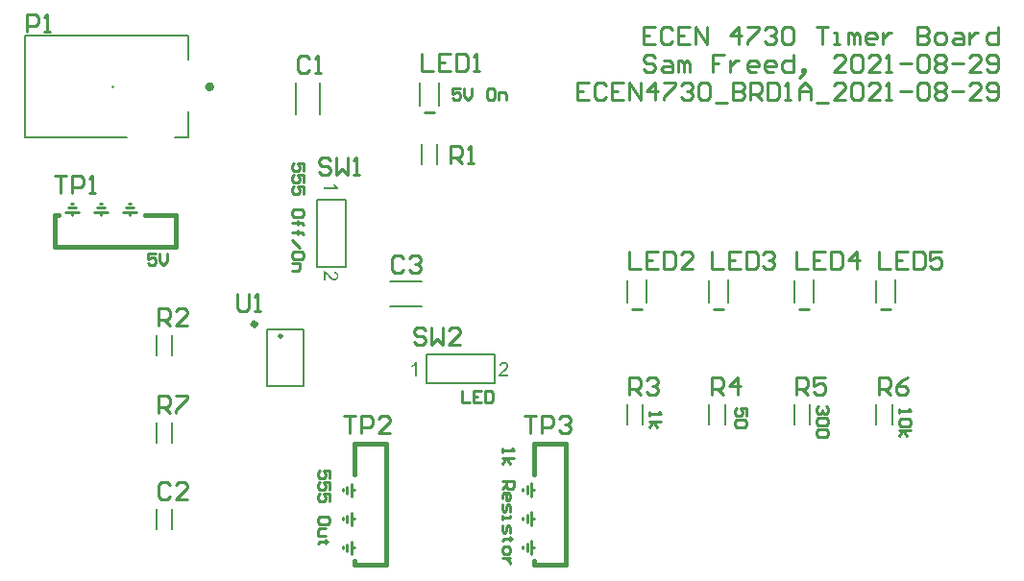
<source format=gto>
G04*
G04 #@! TF.GenerationSoftware,Altium Limited,Altium Designer,21.6.4 (81)*
G04*
G04 Layer_Color=65535*
%FSLAX25Y25*%
%MOIN*%
G70*
G04*
G04 #@! TF.SameCoordinates,4A56815A-3FA2-45B3-BCD2-B1825AC70E21*
G04*
G04*
G04 #@! TF.FilePolarity,Positive*
G04*
G01*
G75*
%ADD10C,0.01575*%
%ADD11C,0.01181*%
%ADD12C,0.02000*%
%ADD13C,0.00787*%
%ADD14C,0.00600*%
%ADD15C,0.00500*%
%ADD16C,0.01000*%
%ADD17C,0.00787*%
%ADD18C,0.01500*%
G36*
X171912Y75473D02*
X171963D01*
X172022Y75465D01*
X172090Y75457D01*
X172170Y75444D01*
X172251Y75427D01*
X172340Y75406D01*
X172433Y75380D01*
X172527Y75346D01*
X172620Y75308D01*
X172713Y75266D01*
X172802Y75211D01*
X172891Y75151D01*
X172972Y75079D01*
X172976Y75075D01*
X172989Y75062D01*
X173010Y75041D01*
X173040Y75007D01*
X173069Y74969D01*
X173103Y74922D01*
X173141Y74871D01*
X173184Y74808D01*
X173222Y74740D01*
X173260Y74668D01*
X173294Y74587D01*
X173328Y74498D01*
X173353Y74409D01*
X173375Y74312D01*
X173387Y74206D01*
X173391Y74100D01*
Y74095D01*
Y74087D01*
Y74070D01*
Y74049D01*
X173387Y74023D01*
Y73989D01*
X173383Y73956D01*
X173375Y73917D01*
X173362Y73828D01*
X173341Y73727D01*
X173311Y73621D01*
X173269Y73515D01*
Y73510D01*
X173264Y73502D01*
X173256Y73485D01*
X173243Y73464D01*
X173230Y73438D01*
X173213Y73409D01*
X173196Y73370D01*
X173171Y73332D01*
X173116Y73239D01*
X173044Y73137D01*
X172959Y73027D01*
X172862Y72908D01*
X172857Y72904D01*
X172849Y72896D01*
X172832Y72874D01*
X172806Y72849D01*
X172777Y72819D01*
X172739Y72777D01*
X172692Y72734D01*
X172641Y72679D01*
X172577Y72620D01*
X172510Y72556D01*
X172433Y72484D01*
X172348Y72404D01*
X172259Y72323D01*
X172158Y72230D01*
X172047Y72137D01*
X171929Y72035D01*
X171924Y72031D01*
X171903Y72014D01*
X171878Y71992D01*
X171840Y71963D01*
X171797Y71925D01*
X171746Y71882D01*
X171691Y71836D01*
X171636Y71785D01*
X171517Y71683D01*
X171403Y71577D01*
X171348Y71530D01*
X171301Y71488D01*
X171259Y71446D01*
X171225Y71412D01*
X171216Y71403D01*
X171199Y71382D01*
X171170Y71352D01*
X171136Y71310D01*
X171093Y71263D01*
X171051Y71208D01*
X171009Y71149D01*
X170966Y71085D01*
X173400D01*
Y70500D01*
X170123D01*
Y70504D01*
Y70508D01*
Y70521D01*
Y70538D01*
Y70581D01*
X170127Y70636D01*
X170135Y70699D01*
X170148Y70767D01*
X170165Y70843D01*
X170190Y70920D01*
Y70924D01*
X170195Y70937D01*
X170203Y70954D01*
X170216Y70979D01*
X170229Y71009D01*
X170245Y71043D01*
X170267Y71085D01*
X170288Y71127D01*
X170343Y71229D01*
X170415Y71339D01*
X170496Y71458D01*
X170593Y71577D01*
X170597Y71581D01*
X170606Y71594D01*
X170623Y71611D01*
X170644Y71636D01*
X170674Y71666D01*
X170708Y71704D01*
X170750Y71747D01*
X170797Y71793D01*
X170847Y71848D01*
X170907Y71903D01*
X170975Y71967D01*
X171047Y72031D01*
X171123Y72103D01*
X171208Y72175D01*
X171297Y72251D01*
X171390Y72327D01*
X171395D01*
X171399Y72336D01*
X171424Y72357D01*
X171467Y72391D01*
X171522Y72438D01*
X171585Y72493D01*
X171662Y72561D01*
X171742Y72633D01*
X171827Y72709D01*
X171920Y72790D01*
X172009Y72879D01*
X172103Y72963D01*
X172192Y73053D01*
X172272Y73137D01*
X172353Y73222D01*
X172421Y73303D01*
X172480Y73379D01*
X172484Y73383D01*
X172493Y73396D01*
X172505Y73417D01*
X172527Y73447D01*
X172548Y73481D01*
X172569Y73519D01*
X172594Y73566D01*
X172624Y73616D01*
X172675Y73731D01*
X172722Y73854D01*
X172739Y73917D01*
X172751Y73981D01*
X172760Y74049D01*
X172764Y74112D01*
Y74117D01*
Y74129D01*
Y74146D01*
X172760Y74172D01*
X172756Y74206D01*
X172751Y74240D01*
X172743Y74282D01*
X172730Y74325D01*
X172700Y74422D01*
X172679Y74469D01*
X172654Y74524D01*
X172624Y74575D01*
X172590Y74625D01*
X172552Y74676D01*
X172505Y74723D01*
X172501Y74727D01*
X172493Y74736D01*
X172480Y74744D01*
X172459Y74761D01*
X172433Y74782D01*
X172404Y74804D01*
X172365Y74825D01*
X172323Y74850D01*
X172276Y74871D01*
X172225Y74893D01*
X172170Y74914D01*
X172111Y74935D01*
X172047Y74952D01*
X171980Y74961D01*
X171907Y74969D01*
X171831Y74973D01*
X171789D01*
X171759Y74969D01*
X171721Y74965D01*
X171679Y74961D01*
X171632Y74952D01*
X171577Y74939D01*
X171467Y74910D01*
X171407Y74888D01*
X171348Y74859D01*
X171289Y74829D01*
X171233Y74795D01*
X171178Y74753D01*
X171127Y74706D01*
X171123Y74702D01*
X171115Y74693D01*
X171102Y74681D01*
X171085Y74659D01*
X171068Y74630D01*
X171043Y74600D01*
X171021Y74562D01*
X170996Y74515D01*
X170970Y74469D01*
X170949Y74414D01*
X170924Y74354D01*
X170907Y74291D01*
X170890Y74218D01*
X170877Y74146D01*
X170869Y74066D01*
X170864Y73981D01*
X170237Y74045D01*
Y74053D01*
X170241Y74074D01*
X170245Y74112D01*
X170254Y74159D01*
X170267Y74218D01*
X170279Y74286D01*
X170296Y74358D01*
X170322Y74439D01*
X170347Y74524D01*
X170381Y74613D01*
X170419Y74702D01*
X170466Y74791D01*
X170517Y74876D01*
X170576Y74961D01*
X170644Y75037D01*
X170716Y75109D01*
X170720Y75113D01*
X170737Y75126D01*
X170758Y75143D01*
X170792Y75168D01*
X170835Y75194D01*
X170886Y75228D01*
X170945Y75257D01*
X171013Y75295D01*
X171089Y75329D01*
X171174Y75363D01*
X171267Y75393D01*
X171369Y75418D01*
X171475Y75444D01*
X171594Y75461D01*
X171717Y75473D01*
X171844Y75478D01*
X171874D01*
X171912Y75473D01*
D02*
G37*
G36*
X141658Y70500D02*
X141048D01*
Y74375D01*
X141043Y74371D01*
X141039Y74367D01*
X141026Y74354D01*
X141009Y74341D01*
X140984Y74320D01*
X140959Y74299D01*
X140929Y74274D01*
X140895Y74244D01*
X140810Y74180D01*
X140713Y74112D01*
X140598Y74036D01*
X140471Y73956D01*
X140467Y73951D01*
X140454Y73947D01*
X140437Y73934D01*
X140412Y73922D01*
X140382Y73905D01*
X140344Y73883D01*
X140301Y73862D01*
X140259Y73837D01*
X140157Y73786D01*
X140051Y73735D01*
X139941Y73684D01*
X139835Y73642D01*
Y74231D01*
X139839Y74235D01*
X139856Y74244D01*
X139886Y74257D01*
X139920Y74274D01*
X139966Y74299D01*
X140017Y74325D01*
X140072Y74358D01*
X140136Y74397D01*
X140204Y74435D01*
X140276Y74481D01*
X140424Y74579D01*
X140573Y74689D01*
X140721Y74812D01*
X140725Y74816D01*
X140738Y74829D01*
X140759Y74846D01*
X140785Y74871D01*
X140814Y74901D01*
X140853Y74939D01*
X140891Y74977D01*
X140933Y75024D01*
X141022Y75126D01*
X141111Y75236D01*
X141196Y75355D01*
X141230Y75418D01*
X141264Y75478D01*
X141658D01*
Y70500D01*
D02*
G37*
G36*
X113235Y137255D02*
X113244Y137238D01*
X113257Y137209D01*
X113274Y137175D01*
X113299Y137128D01*
X113324Y137077D01*
X113358Y137022D01*
X113397Y136958D01*
X113435Y136891D01*
X113481Y136819D01*
X113579Y136670D01*
X113689Y136522D01*
X113812Y136373D01*
X113816Y136369D01*
X113829Y136356D01*
X113846Y136335D01*
X113871Y136310D01*
X113901Y136280D01*
X113939Y136242D01*
X113977Y136204D01*
X114024Y136161D01*
X114126Y136072D01*
X114236Y135983D01*
X114355Y135898D01*
X114418Y135864D01*
X114478Y135831D01*
Y135436D01*
X109500D01*
Y136047D01*
X113375D01*
X113371Y136051D01*
X113367Y136055D01*
X113354Y136068D01*
X113341Y136085D01*
X113320Y136110D01*
X113299Y136136D01*
X113274Y136166D01*
X113244Y136199D01*
X113180Y136284D01*
X113112Y136382D01*
X113036Y136496D01*
X112956Y136624D01*
X112951Y136628D01*
X112947Y136641D01*
X112934Y136657D01*
X112922Y136683D01*
X112905Y136713D01*
X112883Y136751D01*
X112862Y136793D01*
X112837Y136836D01*
X112786Y136937D01*
X112735Y137043D01*
X112684Y137153D01*
X112642Y137259D01*
X113231D01*
X113235Y137255D01*
D02*
G37*
G36*
X109636Y106968D02*
X109699Y106959D01*
X109767Y106947D01*
X109843Y106930D01*
X109920Y106904D01*
X109924D01*
X109937Y106900D01*
X109954Y106892D01*
X109979Y106879D01*
X110009Y106866D01*
X110043Y106849D01*
X110085Y106828D01*
X110127Y106807D01*
X110229Y106752D01*
X110339Y106679D01*
X110458Y106599D01*
X110577Y106501D01*
X110581Y106497D01*
X110594Y106489D01*
X110611Y106472D01*
X110636Y106450D01*
X110666Y106421D01*
X110704Y106387D01*
X110747Y106344D01*
X110793Y106298D01*
X110848Y106247D01*
X110903Y106188D01*
X110967Y106120D01*
X111031Y106048D01*
X111103Y105971D01*
X111175Y105887D01*
X111251Y105798D01*
X111327Y105704D01*
Y105700D01*
X111336Y105696D01*
X111357Y105670D01*
X111391Y105628D01*
X111438Y105573D01*
X111493Y105509D01*
X111561Y105433D01*
X111633Y105352D01*
X111709Y105268D01*
X111790Y105174D01*
X111879Y105085D01*
X111963Y104992D01*
X112053Y104903D01*
X112137Y104822D01*
X112222Y104742D01*
X112303Y104674D01*
X112379Y104615D01*
X112383Y104610D01*
X112396Y104602D01*
X112417Y104589D01*
X112447Y104568D01*
X112481Y104547D01*
X112519Y104525D01*
X112566Y104500D01*
X112616Y104470D01*
X112731Y104420D01*
X112854Y104373D01*
X112917Y104356D01*
X112981Y104343D01*
X113049Y104335D01*
X113112Y104331D01*
X113117D01*
X113129D01*
X113146D01*
X113172Y104335D01*
X113206Y104339D01*
X113240Y104343D01*
X113282Y104352D01*
X113324Y104364D01*
X113422Y104394D01*
X113469Y104415D01*
X113524Y104441D01*
X113575Y104470D01*
X113626Y104504D01*
X113676Y104543D01*
X113723Y104589D01*
X113727Y104593D01*
X113736Y104602D01*
X113744Y104615D01*
X113761Y104636D01*
X113782Y104661D01*
X113804Y104691D01*
X113825Y104729D01*
X113850Y104771D01*
X113871Y104818D01*
X113893Y104869D01*
X113914Y104924D01*
X113935Y104983D01*
X113952Y105047D01*
X113961Y105115D01*
X113969Y105187D01*
X113973Y105263D01*
Y105306D01*
X113969Y105335D01*
X113965Y105374D01*
X113961Y105416D01*
X113952Y105463D01*
X113939Y105518D01*
X113910Y105628D01*
X113888Y105687D01*
X113859Y105747D01*
X113829Y105806D01*
X113795Y105861D01*
X113753Y105916D01*
X113706Y105967D01*
X113702Y105971D01*
X113693Y105980D01*
X113681Y105993D01*
X113659Y106009D01*
X113630Y106026D01*
X113600Y106052D01*
X113562Y106073D01*
X113515Y106099D01*
X113469Y106124D01*
X113414Y106145D01*
X113354Y106171D01*
X113291Y106188D01*
X113218Y106205D01*
X113146Y106217D01*
X113066Y106226D01*
X112981Y106230D01*
X113045Y106858D01*
X113053D01*
X113074Y106853D01*
X113112Y106849D01*
X113159Y106841D01*
X113218Y106828D01*
X113286Y106815D01*
X113358Y106798D01*
X113439Y106773D01*
X113524Y106747D01*
X113613Y106713D01*
X113702Y106675D01*
X113791Y106629D01*
X113876Y106578D01*
X113961Y106518D01*
X114037Y106450D01*
X114109Y106378D01*
X114113Y106374D01*
X114126Y106357D01*
X114143Y106336D01*
X114168Y106302D01*
X114194Y106260D01*
X114228Y106209D01*
X114257Y106149D01*
X114295Y106082D01*
X114329Y106005D01*
X114363Y105921D01*
X114393Y105827D01*
X114418Y105726D01*
X114444Y105620D01*
X114461Y105501D01*
X114473Y105378D01*
X114478Y105251D01*
Y105221D01*
X114473Y105183D01*
Y105132D01*
X114465Y105072D01*
X114457Y105005D01*
X114444Y104924D01*
X114427Y104843D01*
X114406Y104754D01*
X114380Y104661D01*
X114346Y104568D01*
X114308Y104475D01*
X114266Y104381D01*
X114211Y104292D01*
X114151Y104203D01*
X114079Y104123D01*
X114075Y104119D01*
X114062Y104106D01*
X114041Y104085D01*
X114007Y104055D01*
X113969Y104025D01*
X113922Y103991D01*
X113871Y103953D01*
X113808Y103911D01*
X113740Y103873D01*
X113668Y103834D01*
X113587Y103800D01*
X113498Y103767D01*
X113409Y103741D01*
X113312Y103720D01*
X113206Y103707D01*
X113100Y103703D01*
X113095D01*
X113087D01*
X113070D01*
X113049D01*
X113023Y103707D01*
X112989D01*
X112956Y103711D01*
X112917Y103720D01*
X112828Y103733D01*
X112727Y103754D01*
X112621Y103784D01*
X112515Y103826D01*
X112510D01*
X112502Y103830D01*
X112485Y103839D01*
X112464Y103851D01*
X112438Y103864D01*
X112409Y103881D01*
X112371Y103898D01*
X112332Y103923D01*
X112239Y103979D01*
X112137Y104051D01*
X112027Y104135D01*
X111908Y104233D01*
X111904Y104237D01*
X111896Y104246D01*
X111874Y104263D01*
X111849Y104288D01*
X111819Y104318D01*
X111777Y104356D01*
X111734Y104403D01*
X111679Y104453D01*
X111620Y104517D01*
X111556Y104585D01*
X111484Y104661D01*
X111404Y104746D01*
X111323Y104835D01*
X111230Y104937D01*
X111137Y105047D01*
X111035Y105166D01*
X111031Y105170D01*
X111014Y105191D01*
X110993Y105217D01*
X110963Y105255D01*
X110925Y105297D01*
X110882Y105348D01*
X110836Y105403D01*
X110785Y105458D01*
X110683Y105577D01*
X110577Y105692D01*
X110530Y105747D01*
X110488Y105793D01*
X110445Y105836D01*
X110412Y105870D01*
X110403Y105878D01*
X110382Y105895D01*
X110352Y105925D01*
X110310Y105959D01*
X110263Y106001D01*
X110208Y106044D01*
X110149Y106086D01*
X110085Y106128D01*
Y103694D01*
X109500D01*
Y106972D01*
X109504D01*
X109509D01*
X109521D01*
X109538D01*
X109581D01*
X109636Y106968D01*
D02*
G37*
D10*
X70609Y170994D02*
G03*
X70609Y170994I-787J0D01*
G01*
D11*
X94794Y84395D02*
G03*
X94794Y84395I-394J0D01*
G01*
D12*
X85764Y88595D02*
G03*
X85764Y88595I-492J0D01*
G01*
D13*
X145228Y68000D02*
X168772D01*
X145228D02*
Y77965D01*
X168772D01*
Y68000D02*
Y77965D01*
X107000Y108323D02*
X116965D01*
Y131867D01*
X107000D02*
X116965D01*
X107000Y108323D02*
Y131867D01*
D14*
X143300Y144200D02*
Y151200D01*
X148700Y144200D02*
Y151200D01*
X56700Y47579D02*
Y54579D01*
X51300Y47579D02*
Y54579D01*
X306600Y53700D02*
Y60700D01*
X301200Y53700D02*
Y60700D01*
X278100Y53700D02*
Y60700D01*
X272700Y53700D02*
Y60700D01*
X248600Y53700D02*
Y60700D01*
X243200Y53700D02*
Y60700D01*
X220100Y53700D02*
Y60700D01*
X214700Y53700D02*
Y60700D01*
X56700Y77763D02*
Y84763D01*
X51300Y77763D02*
Y84763D01*
X301200Y95953D02*
Y103853D01*
X307800Y96053D02*
Y103953D01*
X272700Y96000D02*
Y103900D01*
X279300Y96100D02*
Y104000D01*
X243200Y96000D02*
Y103900D01*
X249800Y96100D02*
Y104000D01*
X214700Y95953D02*
Y103853D01*
X221300Y96053D02*
Y103953D01*
X142700Y164500D02*
Y172400D01*
X149300Y164600D02*
Y172500D01*
X132300Y103295D02*
X143300D01*
X132300Y94894D02*
X143300D01*
X51300Y17394D02*
Y24395D01*
X56700Y17394D02*
Y24395D01*
X99800Y161594D02*
Y172594D01*
X108200Y161594D02*
Y172594D01*
D15*
X57722Y153378D02*
X62468D01*
Y162394D01*
X5776Y153378D02*
Y188811D01*
X62468D01*
Y180595D02*
Y188811D01*
X5776Y153378D02*
X41012D01*
D16*
X36091Y171095D02*
X36122D01*
X178500Y10845D02*
Y11572D01*
X180000Y9844D02*
Y12344D01*
X181500Y11095D02*
X182527D01*
X181500Y8845D02*
Y13344D01*
X178500Y20844D02*
Y21572D01*
X180000Y19845D02*
Y22344D01*
X181500Y21094D02*
X182527D01*
X181500Y18845D02*
Y23345D01*
X178500Y30845D02*
Y31572D01*
X180000Y29844D02*
Y32344D01*
X181500Y31095D02*
X182527D01*
X181500Y28844D02*
Y33345D01*
X116000Y10750D02*
Y11477D01*
X117500Y9750D02*
Y12250D01*
X119000Y11000D02*
X120027D01*
X119000Y8750D02*
Y13250D01*
X116000Y20750D02*
Y21477D01*
X117500Y19750D02*
Y22250D01*
X119000Y21000D02*
X120027D01*
X119000Y18750D02*
Y23250D01*
X116000Y30750D02*
Y31477D01*
X117500Y29750D02*
Y32250D01*
X119000Y31000D02*
X120027D01*
X119000Y28750D02*
Y33250D01*
X21750Y130595D02*
X22477D01*
X20750Y129095D02*
X23250D01*
X22000Y126568D02*
Y127594D01*
X19750D02*
X24250D01*
X31750Y130595D02*
X32477D01*
X30750Y129095D02*
X33250D01*
X32000Y126568D02*
Y127594D01*
X29750D02*
X34250D01*
X41750Y130595D02*
X42477D01*
X40750Y129095D02*
X43250D01*
X42000Y126568D02*
Y127594D01*
X39750D02*
X44250D01*
X302800Y93653D02*
X306200D01*
X274300Y93700D02*
X277700D01*
X244800D02*
X248200D01*
X216300Y93653D02*
X219700D01*
X144300Y162200D02*
X147700D01*
X224538Y191693D02*
X220540D01*
Y185695D01*
X224538D01*
X220540Y188694D02*
X222539D01*
X230537Y190693D02*
X229537Y191693D01*
X227537D01*
X226538Y190693D01*
Y186695D01*
X227537Y185695D01*
X229537D01*
X230537Y186695D01*
X236535Y191693D02*
X232536D01*
Y185695D01*
X236535D01*
X232536Y188694D02*
X234535D01*
X238534Y185695D02*
Y191693D01*
X242533Y185695D01*
Y191693D01*
X253529Y185695D02*
Y191693D01*
X250530Y188694D01*
X254529D01*
X256528Y191693D02*
X260527D01*
Y190693D01*
X256528Y186695D01*
Y185695D01*
X262526Y190693D02*
X263526Y191693D01*
X265525D01*
X266525Y190693D01*
Y189694D01*
X265525Y188694D01*
X264526D01*
X265525D01*
X266525Y187694D01*
Y186695D01*
X265525Y185695D01*
X263526D01*
X262526Y186695D01*
X268524Y190693D02*
X269524Y191693D01*
X271523D01*
X272523Y190693D01*
Y186695D01*
X271523Y185695D01*
X269524D01*
X268524Y186695D01*
Y190693D01*
X280520Y191693D02*
X284519D01*
X282520D01*
Y185695D01*
X286518D02*
X288518D01*
X287518D01*
Y189694D01*
X286518D01*
X291517Y185695D02*
Y189694D01*
X292516D01*
X293516Y188694D01*
Y185695D01*
Y188694D01*
X294516Y189694D01*
X295515Y188694D01*
Y185695D01*
X300514D02*
X298515D01*
X297515Y186695D01*
Y188694D01*
X298515Y189694D01*
X300514D01*
X301514Y188694D01*
Y187694D01*
X297515D01*
X303513Y189694D02*
Y185695D01*
Y187694D01*
X304513Y188694D01*
X305512Y189694D01*
X306512D01*
X315509Y191693D02*
Y185695D01*
X318508D01*
X319508Y186695D01*
Y187694D01*
X318508Y188694D01*
X315509D01*
X318508D01*
X319508Y189694D01*
Y190693D01*
X318508Y191693D01*
X315509D01*
X322507Y185695D02*
X324506D01*
X325506Y186695D01*
Y188694D01*
X324506Y189694D01*
X322507D01*
X321507Y188694D01*
Y186695D01*
X322507Y185695D01*
X328505Y189694D02*
X330504D01*
X331504Y188694D01*
Y185695D01*
X328505D01*
X327505Y186695D01*
X328505Y187694D01*
X331504D01*
X333503Y189694D02*
Y185695D01*
Y187694D01*
X334503Y188694D01*
X335503Y189694D01*
X336502D01*
X343500Y191693D02*
Y185695D01*
X340501D01*
X339501Y186695D01*
Y188694D01*
X340501Y189694D01*
X343500D01*
X224538Y181096D02*
X223539Y182095D01*
X221539D01*
X220540Y181096D01*
Y180096D01*
X221539Y179096D01*
X223539D01*
X224538Y178097D01*
Y177097D01*
X223539Y176097D01*
X221539D01*
X220540Y177097D01*
X227537Y180096D02*
X229537D01*
X230537Y179096D01*
Y176097D01*
X227537D01*
X226538Y177097D01*
X227537Y178097D01*
X230537D01*
X232536Y176097D02*
Y180096D01*
X233536D01*
X234535Y179096D01*
Y176097D01*
Y179096D01*
X235535Y180096D01*
X236535Y179096D01*
Y176097D01*
X248531Y182095D02*
X244532D01*
Y179096D01*
X246531D01*
X244532D01*
Y176097D01*
X250530Y180096D02*
Y176097D01*
Y178097D01*
X251530Y179096D01*
X252529Y180096D01*
X253529D01*
X259527Y176097D02*
X257528D01*
X256528Y177097D01*
Y179096D01*
X257528Y180096D01*
X259527D01*
X260527Y179096D01*
Y178097D01*
X256528D01*
X265525Y176097D02*
X263526D01*
X262526Y177097D01*
Y179096D01*
X263526Y180096D01*
X265525D01*
X266525Y179096D01*
Y178097D01*
X262526D01*
X272523Y182095D02*
Y176097D01*
X269524D01*
X268524Y177097D01*
Y179096D01*
X269524Y180096D01*
X272523D01*
X275522Y175098D02*
X276522Y176097D01*
Y177097D01*
X275522D01*
Y176097D01*
X276522D01*
X275522Y175098D01*
X274522Y174098D01*
X290517Y176097D02*
X286518D01*
X290517Y180096D01*
Y181096D01*
X289517Y182095D01*
X287518D01*
X286518Y181096D01*
X292516D02*
X293516Y182095D01*
X295515D01*
X296515Y181096D01*
Y177097D01*
X295515Y176097D01*
X293516D01*
X292516Y177097D01*
Y181096D01*
X302513Y176097D02*
X298515D01*
X302513Y180096D01*
Y181096D01*
X301514Y182095D01*
X299514D01*
X298515Y181096D01*
X304513Y176097D02*
X306512D01*
X305512D01*
Y182095D01*
X304513Y181096D01*
X309511Y179096D02*
X313510D01*
X315509Y181096D02*
X316509Y182095D01*
X318508D01*
X319508Y181096D01*
Y177097D01*
X318508Y176097D01*
X316509D01*
X315509Y177097D01*
Y181096D01*
X321507D02*
X322507Y182095D01*
X324506D01*
X325506Y181096D01*
Y180096D01*
X324506Y179096D01*
X325506Y178097D01*
Y177097D01*
X324506Y176097D01*
X322507D01*
X321507Y177097D01*
Y178097D01*
X322507Y179096D01*
X321507Y180096D01*
Y181096D01*
X322507Y179096D02*
X324506D01*
X327505D02*
X331504D01*
X337502Y176097D02*
X333503D01*
X337502Y180096D01*
Y181096D01*
X336502Y182095D01*
X334503D01*
X333503Y181096D01*
X339501Y177097D02*
X340501Y176097D01*
X342500D01*
X343500Y177097D01*
Y181096D01*
X342500Y182095D01*
X340501D01*
X339501Y181096D01*
Y180096D01*
X340501Y179096D01*
X343500D01*
X201546Y172498D02*
X197547D01*
Y166500D01*
X201546D01*
X197547Y169499D02*
X199547D01*
X207544Y171498D02*
X206544Y172498D01*
X204545D01*
X203545Y171498D01*
Y167499D01*
X204545Y166500D01*
X206544D01*
X207544Y167499D01*
X213542Y172498D02*
X209543D01*
Y166500D01*
X213542D01*
X209543Y169499D02*
X211543D01*
X215541Y166500D02*
Y172498D01*
X219540Y166500D01*
Y172498D01*
X224538Y166500D02*
Y172498D01*
X221539Y169499D01*
X225538D01*
X227537Y172498D02*
X231536D01*
Y171498D01*
X227537Y167499D01*
Y166500D01*
X233536Y171498D02*
X234535Y172498D01*
X236535D01*
X237534Y171498D01*
Y170498D01*
X236535Y169499D01*
X235535D01*
X236535D01*
X237534Y168499D01*
Y167499D01*
X236535Y166500D01*
X234535D01*
X233536Y167499D01*
X239534Y171498D02*
X240533Y172498D01*
X242533D01*
X243532Y171498D01*
Y167499D01*
X242533Y166500D01*
X240533D01*
X239534Y167499D01*
Y171498D01*
X245532Y165500D02*
X249530D01*
X251530Y172498D02*
Y166500D01*
X254529D01*
X255528Y167499D01*
Y168499D01*
X254529Y169499D01*
X251530D01*
X254529D01*
X255528Y170498D01*
Y171498D01*
X254529Y172498D01*
X251530D01*
X257528Y166500D02*
Y172498D01*
X260527D01*
X261526Y171498D01*
Y169499D01*
X260527Y168499D01*
X257528D01*
X259527D02*
X261526Y166500D01*
X263526Y172498D02*
Y166500D01*
X266525D01*
X267525Y167499D01*
Y171498D01*
X266525Y172498D01*
X263526D01*
X269524Y166500D02*
X271523D01*
X270524D01*
Y172498D01*
X269524Y171498D01*
X274522Y166500D02*
Y170498D01*
X276522Y172498D01*
X278521Y170498D01*
Y166500D01*
Y169499D01*
X274522D01*
X280520Y165500D02*
X284519D01*
X290517Y166500D02*
X286518D01*
X290517Y170498D01*
Y171498D01*
X289517Y172498D01*
X287518D01*
X286518Y171498D01*
X292516D02*
X293516Y172498D01*
X295515D01*
X296515Y171498D01*
Y167499D01*
X295515Y166500D01*
X293516D01*
X292516Y167499D01*
Y171498D01*
X302513Y166500D02*
X298515D01*
X302513Y170498D01*
Y171498D01*
X301514Y172498D01*
X299514D01*
X298515Y171498D01*
X304513Y166500D02*
X306512D01*
X305512D01*
Y172498D01*
X304513Y171498D01*
X309511Y169499D02*
X313510D01*
X315509Y171498D02*
X316509Y172498D01*
X318508D01*
X319508Y171498D01*
Y167499D01*
X318508Y166500D01*
X316509D01*
X315509Y167499D01*
Y171498D01*
X321507D02*
X322507Y172498D01*
X324506D01*
X325506Y171498D01*
Y170498D01*
X324506Y169499D01*
X325506Y168499D01*
Y167499D01*
X324506Y166500D01*
X322507D01*
X321507Y167499D01*
Y168499D01*
X322507Y169499D01*
X321507Y170498D01*
Y171498D01*
X322507Y169499D02*
X324506D01*
X327505D02*
X331504D01*
X337502Y166500D02*
X333503D01*
X337502Y170498D01*
Y171498D01*
X336502Y172498D01*
X334503D01*
X333503Y171498D01*
X339501Y167499D02*
X340501Y166500D01*
X342500D01*
X343500Y167499D01*
Y171498D01*
X342500Y172498D01*
X340501D01*
X339501Y171498D01*
Y170498D01*
X340501Y169499D01*
X343500D01*
X144799Y86399D02*
X143799Y87399D01*
X141800D01*
X140800Y86399D01*
Y85399D01*
X141800Y84400D01*
X143799D01*
X144799Y83400D01*
Y82400D01*
X143799Y81401D01*
X141800D01*
X140800Y82400D01*
X146798Y87399D02*
Y81401D01*
X148798Y83400D01*
X150797Y81401D01*
Y87399D01*
X156795Y81401D02*
X152796D01*
X156795Y85399D01*
Y86399D01*
X155795Y87399D01*
X153796D01*
X152796Y86399D01*
X153501Y144501D02*
Y150499D01*
X156500D01*
X157500Y149499D01*
Y147500D01*
X156500Y146500D01*
X153501D01*
X155501D02*
X157500Y144501D01*
X159499D02*
X161499D01*
X160499D01*
Y150499D01*
X159499Y149499D01*
X6501Y190001D02*
Y195999D01*
X9500D01*
X10500Y194999D01*
Y193000D01*
X9500Y192000D01*
X6501D01*
X12499Y190001D02*
X14499D01*
X13499D01*
Y195999D01*
X12499Y194999D01*
X255999Y56834D02*
Y59500D01*
X253999D01*
X254666Y58167D01*
Y57501D01*
X253999Y56834D01*
X252666D01*
X252000Y57501D01*
Y58834D01*
X252666Y59500D01*
X255332Y55501D02*
X255999Y54835D01*
Y53502D01*
X255332Y52836D01*
X252666D01*
X252000Y53502D01*
Y54835D01*
X252666Y55501D01*
X255332D01*
X283832Y60000D02*
X284499Y59333D01*
Y58001D01*
X283832Y57334D01*
X283166D01*
X282499Y58001D01*
Y58667D01*
Y58001D01*
X281833Y57334D01*
X281166D01*
X280500Y58001D01*
Y59333D01*
X281166Y60000D01*
X283832Y56001D02*
X284499Y55335D01*
Y54002D01*
X283832Y53335D01*
X281166D01*
X280500Y54002D01*
Y55335D01*
X281166Y56001D01*
X283832D01*
Y52003D02*
X284499Y51336D01*
Y50003D01*
X283832Y49337D01*
X281166D01*
X280500Y50003D01*
Y51336D01*
X281166Y52003D01*
X283832D01*
X51166Y112999D02*
X48500D01*
Y110999D01*
X49833Y111666D01*
X50499D01*
X51166Y110999D01*
Y109667D01*
X50499Y109000D01*
X49166D01*
X48500Y109667D01*
X52499Y112999D02*
Y110333D01*
X53832Y109000D01*
X55164Y110333D01*
Y112999D01*
X309000Y59000D02*
Y57667D01*
Y58333D01*
X312999D01*
X312332Y59000D01*
Y55668D02*
X312999Y55001D01*
Y53668D01*
X312332Y53002D01*
X309666D01*
X309000Y53668D01*
Y55001D01*
X309666Y55668D01*
X312332D01*
X309000Y51669D02*
X312999D01*
X310333D02*
X311666Y49670D01*
X310333Y51669D02*
X309000Y49670D01*
X102499Y141834D02*
Y144500D01*
X100499D01*
X101166Y143167D01*
Y142501D01*
X100499Y141834D01*
X99166D01*
X98500Y142501D01*
Y143833D01*
X99166Y144500D01*
X102499Y137836D02*
Y140501D01*
X100499D01*
X101166Y139168D01*
Y138502D01*
X100499Y137836D01*
X99166D01*
X98500Y138502D01*
Y139835D01*
X99166Y140501D01*
X102499Y133837D02*
Y136503D01*
X100499D01*
X101166Y135170D01*
Y134503D01*
X100499Y133837D01*
X99166D01*
X98500Y134503D01*
Y135836D01*
X99166Y136503D01*
X102499Y126506D02*
Y127839D01*
X101832Y128505D01*
X99166D01*
X98500Y127839D01*
Y126506D01*
X99166Y125839D01*
X101832D01*
X102499Y126506D01*
X98500Y123840D02*
X101832D01*
X100499D01*
Y124506D01*
Y123174D01*
Y123840D01*
X101832D01*
X102499Y123174D01*
X98500Y120508D02*
X101832D01*
X100499D01*
Y121174D01*
Y119841D01*
Y120508D01*
X101832D01*
X102499Y119841D01*
X98500Y117842D02*
X101166Y115176D01*
X102499Y111844D02*
Y113177D01*
X101832Y113843D01*
X99166D01*
X98500Y113177D01*
Y111844D01*
X99166Y111177D01*
X101832D01*
X102499Y111844D01*
X98500Y109845D02*
X101166D01*
Y107845D01*
X100499Y107179D01*
X98500D01*
X156666Y170499D02*
X154000D01*
Y168499D01*
X155333Y169166D01*
X155999D01*
X156666Y168499D01*
Y167166D01*
X155999Y166500D01*
X154666D01*
X154000Y167166D01*
X157999Y170499D02*
Y167833D01*
X159332Y166500D01*
X160664Y167833D01*
Y170499D01*
X167996D02*
X166663D01*
X165996Y169832D01*
Y167166D01*
X166663Y166500D01*
X167996D01*
X168662Y167166D01*
Y169832D01*
X167996Y170499D01*
X169995Y166500D02*
Y169166D01*
X171994D01*
X172661Y168499D01*
Y166500D01*
X111499Y35159D02*
Y37825D01*
X109499D01*
X110166Y36492D01*
Y35826D01*
X109499Y35159D01*
X108167D01*
X107500Y35826D01*
Y37159D01*
X108167Y37825D01*
X111499Y31161D02*
Y33826D01*
X109499D01*
X110166Y32493D01*
Y31827D01*
X109499Y31161D01*
X108167D01*
X107500Y31827D01*
Y33160D01*
X108167Y33826D01*
X111499Y27162D02*
Y29828D01*
X109499D01*
X110166Y28495D01*
Y27828D01*
X109499Y27162D01*
X108167D01*
X107500Y27828D01*
Y29161D01*
X108167Y29828D01*
X111499Y19831D02*
Y21164D01*
X110832Y21830D01*
X108167D01*
X107500Y21164D01*
Y19831D01*
X108167Y19164D01*
X110832D01*
X111499Y19831D01*
X110166Y17832D02*
X108167D01*
X107500Y17165D01*
Y15166D01*
X110166D01*
X110832Y13167D02*
X110166D01*
Y13833D01*
Y12500D01*
Y13167D01*
X108167D01*
X107500Y12500D01*
X222500Y58000D02*
Y56667D01*
Y57334D01*
X226499D01*
X225832Y58000D01*
X222500Y54668D02*
X226499D01*
X223833D02*
X225166Y52668D01*
X223833Y54668D02*
X222500Y52668D01*
X171500Y45500D02*
Y44167D01*
Y44834D01*
X175499D01*
X174832Y45500D01*
X171500Y42168D02*
X175499D01*
X172833D02*
X174166Y40168D01*
X172833Y42168D02*
X171500Y40168D01*
Y34170D02*
X175499D01*
Y32171D01*
X174832Y31504D01*
X173499D01*
X172833Y32171D01*
Y34170D01*
Y32837D02*
X171500Y31504D01*
Y28172D02*
Y29505D01*
X172167Y30172D01*
X173499D01*
X174166Y29505D01*
Y28172D01*
X173499Y27506D01*
X172833D01*
Y30172D01*
X171500Y26173D02*
Y24174D01*
X172167Y23507D01*
X172833Y24174D01*
Y25506D01*
X173499Y26173D01*
X174166Y25506D01*
Y23507D01*
X171500Y22174D02*
Y20841D01*
Y21508D01*
X174166D01*
Y22174D01*
X171500Y18842D02*
Y16843D01*
X172167Y16176D01*
X172833Y16843D01*
Y18176D01*
X173499Y18842D01*
X174166Y18176D01*
Y16176D01*
X174832Y14177D02*
X174166D01*
Y14843D01*
Y13510D01*
Y14177D01*
X172167D01*
X171500Y13510D01*
Y10845D02*
Y9512D01*
X172167Y8845D01*
X173499D01*
X174166Y9512D01*
Y10845D01*
X173499Y11511D01*
X172167D01*
X171500Y10845D01*
X174166Y7512D02*
X171500D01*
X172833D01*
X173499Y6846D01*
X174166Y6179D01*
Y5513D01*
X157500Y65499D02*
Y61500D01*
X160166D01*
X164164Y65499D02*
X161499D01*
Y61500D01*
X164164D01*
X161499Y63499D02*
X162832D01*
X165497Y65499D02*
Y61500D01*
X167497D01*
X168163Y62166D01*
Y64832D01*
X167497Y65499D01*
X165497D01*
X79300Y99099D02*
Y94100D01*
X80300Y93101D01*
X82299D01*
X83299Y94100D01*
Y99099D01*
X85298Y93101D02*
X87298D01*
X86298D01*
Y99099D01*
X85298Y98099D01*
X179000Y56799D02*
X182999D01*
X181000D01*
Y50801D01*
X184998D02*
Y56799D01*
X187997D01*
X188997Y55799D01*
Y53800D01*
X187997Y52800D01*
X184998D01*
X190996Y55799D02*
X191996Y56799D01*
X193995D01*
X194995Y55799D01*
Y54799D01*
X193995Y53800D01*
X192996D01*
X193995D01*
X194995Y52800D01*
Y51800D01*
X193995Y50801D01*
X191996D01*
X190996Y51800D01*
X116500Y56699D02*
X120499D01*
X118500D01*
Y50701D01*
X122498D02*
Y56699D01*
X125497D01*
X126497Y55699D01*
Y53700D01*
X125497Y52700D01*
X122498D01*
X132495Y50701D02*
X128496D01*
X132495Y54699D01*
Y55699D01*
X131495Y56699D01*
X129496D01*
X128496Y55699D01*
X16200Y140099D02*
X20199D01*
X18200D01*
Y134101D01*
X22198D02*
Y140099D01*
X25197D01*
X26197Y139099D01*
Y137100D01*
X25197Y136100D01*
X22198D01*
X28196Y134101D02*
X30196D01*
X29196D01*
Y140099D01*
X28196Y139099D01*
X111599Y145299D02*
X110599Y146299D01*
X108600D01*
X107600Y145299D01*
Y144299D01*
X108600Y143300D01*
X110599D01*
X111599Y142300D01*
Y141300D01*
X110599Y140301D01*
X108600D01*
X107600Y141300D01*
X113598Y146299D02*
Y140301D01*
X115598Y142300D01*
X117597Y140301D01*
Y146299D01*
X119596Y140301D02*
X121596D01*
X120596D01*
Y146299D01*
X119596Y145299D01*
X52000Y57901D02*
Y63899D01*
X54999D01*
X55999Y62899D01*
Y60900D01*
X54999Y59900D01*
X52000D01*
X54000D02*
X55999Y57901D01*
X57998Y63899D02*
X61997D01*
Y62899D01*
X57998Y58900D01*
Y57901D01*
X301900Y64001D02*
Y69999D01*
X304899D01*
X305899Y68999D01*
Y67000D01*
X304899Y66000D01*
X301900D01*
X303900D02*
X305899Y64001D01*
X311897Y69999D02*
X309898Y68999D01*
X307898Y67000D01*
Y65000D01*
X308898Y64001D01*
X310897D01*
X311897Y65000D01*
Y66000D01*
X310897Y67000D01*
X307898D01*
X273400Y64001D02*
Y69999D01*
X276399D01*
X277399Y68999D01*
Y67000D01*
X276399Y66000D01*
X273400D01*
X275400D02*
X277399Y64001D01*
X283397Y69999D02*
X279398D01*
Y67000D01*
X281398Y67999D01*
X282397D01*
X283397Y67000D01*
Y65000D01*
X282397Y64001D01*
X280398D01*
X279398Y65000D01*
X243900Y64001D02*
Y69999D01*
X246899D01*
X247899Y68999D01*
Y67000D01*
X246899Y66000D01*
X243900D01*
X245900D02*
X247899Y64001D01*
X252897D02*
Y69999D01*
X249898Y67000D01*
X253897D01*
X215400Y64001D02*
Y69999D01*
X218399D01*
X219399Y68999D01*
Y67000D01*
X218399Y66000D01*
X215400D01*
X217400D02*
X219399Y64001D01*
X221398Y68999D02*
X222398Y69999D01*
X224397D01*
X225397Y68999D01*
Y67999D01*
X224397Y67000D01*
X223398D01*
X224397D01*
X225397Y66000D01*
Y65000D01*
X224397Y64001D01*
X222398D01*
X221398Y65000D01*
X52000Y88101D02*
Y94099D01*
X54999D01*
X55999Y93099D01*
Y91100D01*
X54999Y90100D01*
X52000D01*
X54000D02*
X55999Y88101D01*
X61997D02*
X57998D01*
X61997Y92099D01*
Y93099D01*
X60997Y94099D01*
X58998D01*
X57998Y93099D01*
X301900Y113899D02*
Y107901D01*
X305899D01*
X311897Y113899D02*
X307898D01*
Y107901D01*
X311897D01*
X307898Y110900D02*
X309898D01*
X313896Y113899D02*
Y107901D01*
X316895D01*
X317895Y108900D01*
Y112899D01*
X316895Y113899D01*
X313896D01*
X323893D02*
X319894D01*
Y110900D01*
X321894Y111899D01*
X322894D01*
X323893Y110900D01*
Y108900D01*
X322894Y107901D01*
X320894D01*
X319894Y108900D01*
X273400Y113899D02*
Y107901D01*
X277399D01*
X283397Y113899D02*
X279398D01*
Y107901D01*
X283397D01*
X279398Y110900D02*
X281398D01*
X285396Y113899D02*
Y107901D01*
X288395D01*
X289395Y108900D01*
Y112899D01*
X288395Y113899D01*
X285396D01*
X294393Y107901D02*
Y113899D01*
X291394Y110900D01*
X295393D01*
X243900Y113899D02*
Y107901D01*
X247899D01*
X253897Y113899D02*
X249898D01*
Y107901D01*
X253897D01*
X249898Y110900D02*
X251898D01*
X255896Y113899D02*
Y107901D01*
X258895D01*
X259895Y108900D01*
Y112899D01*
X258895Y113899D01*
X255896D01*
X261894Y112899D02*
X262894Y113899D01*
X264894D01*
X265893Y112899D01*
Y111899D01*
X264894Y110900D01*
X263894D01*
X264894D01*
X265893Y109900D01*
Y108900D01*
X264894Y107901D01*
X262894D01*
X261894Y108900D01*
X215400Y113899D02*
Y107901D01*
X219399D01*
X225397Y113899D02*
X221398D01*
Y107901D01*
X225397D01*
X221398Y110900D02*
X223398D01*
X227396Y113899D02*
Y107901D01*
X230395D01*
X231395Y108900D01*
Y112899D01*
X230395Y113899D01*
X227396D01*
X237393Y107901D02*
X233394D01*
X237393Y111899D01*
Y112899D01*
X236393Y113899D01*
X234394D01*
X233394Y112899D01*
X143400Y182399D02*
Y176401D01*
X147399D01*
X153397Y182399D02*
X149398D01*
Y176401D01*
X153397D01*
X149398Y179400D02*
X151398D01*
X155396Y182399D02*
Y176401D01*
X158395D01*
X159395Y177400D01*
Y181399D01*
X158395Y182399D01*
X155396D01*
X161394Y176401D02*
X163394D01*
X162394D01*
Y182399D01*
X161394Y181399D01*
X136999Y111599D02*
X135999Y112599D01*
X134000D01*
X133000Y111599D01*
Y107600D01*
X134000Y106601D01*
X135999D01*
X136999Y107600D01*
X138998Y111599D02*
X139998Y112599D01*
X141997D01*
X142997Y111599D01*
Y110599D01*
X141997Y109600D01*
X140998D01*
X141997D01*
X142997Y108600D01*
Y107600D01*
X141997Y106601D01*
X139998D01*
X138998Y107600D01*
X55999Y32699D02*
X54999Y33699D01*
X53000D01*
X52000Y32699D01*
Y28700D01*
X53000Y27701D01*
X54999D01*
X55999Y28700D01*
X61997Y27701D02*
X57998D01*
X61997Y31699D01*
Y32699D01*
X60997Y33699D01*
X58998D01*
X57998Y32699D01*
X104499Y180899D02*
X103499Y181899D01*
X101500D01*
X100500Y180899D01*
Y176900D01*
X101500Y175901D01*
X103499D01*
X104499Y176900D01*
X106498Y175901D02*
X108498D01*
X107498D01*
Y181899D01*
X106498Y180899D01*
D17*
X89701Y67252D02*
X102299D01*
X89701Y86937D02*
X102299D01*
Y67252D02*
Y86937D01*
X89701Y67252D02*
Y86937D01*
D18*
X193500Y5094D02*
Y47095D01*
X182500Y5094D02*
X193500D01*
X182500D02*
Y6594D01*
Y47095D02*
X193500D01*
X182500Y36595D02*
Y47095D01*
X131000Y5000D02*
Y47000D01*
X120000Y5000D02*
X131000D01*
X120000D02*
Y6500D01*
Y47000D02*
X131000D01*
X120000Y36500D02*
Y47000D01*
X16000Y115594D02*
X58000D01*
X16000D02*
Y126594D01*
X17500D01*
X58000Y115594D02*
Y126594D01*
X47500D02*
X58000D01*
M02*

</source>
